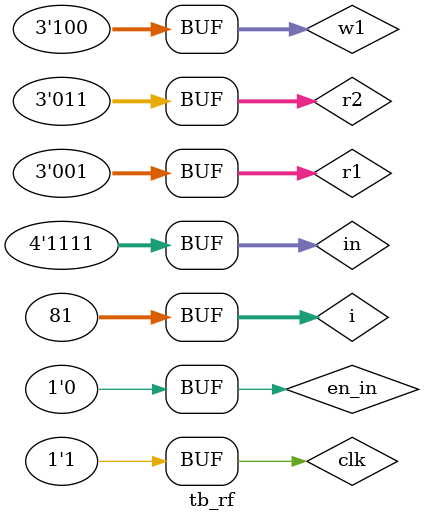
<source format=v>
`timescale 1ns / 1ps


module tb_rf();
    reg [3:0]in;
    reg en_in;
    reg [2:0]w1,r1,r2;
    reg clk;
    wire [3:0]out1,out2;
    integer i;
    registerfile DUT(r1,r2,w1,in,en_in,clk,out1,out2);
    initial
    begin
    en_in=0;
    r1=3'b000;
    r2=3'b000;
    w1=3'b000;
        for(i=0;i<=80;i=i+1)
        begin
            clk=0;
            #5;
            clk=1;
            #5;
            if(i==1) en_in=1; 
            if(i==2) in=4'b1111;
            if(i==3) w1=3'b001;
            if(i==4) w1=3'b010;
            if(i==5) w1=3'b011;
            if(i==6) w1=3'b100;
            if(i==7) r1=3'b001;
            if(i==8) r2=3'b011;
            if(i==10) en_in=0;
            
        end
    end
endmodule

</source>
